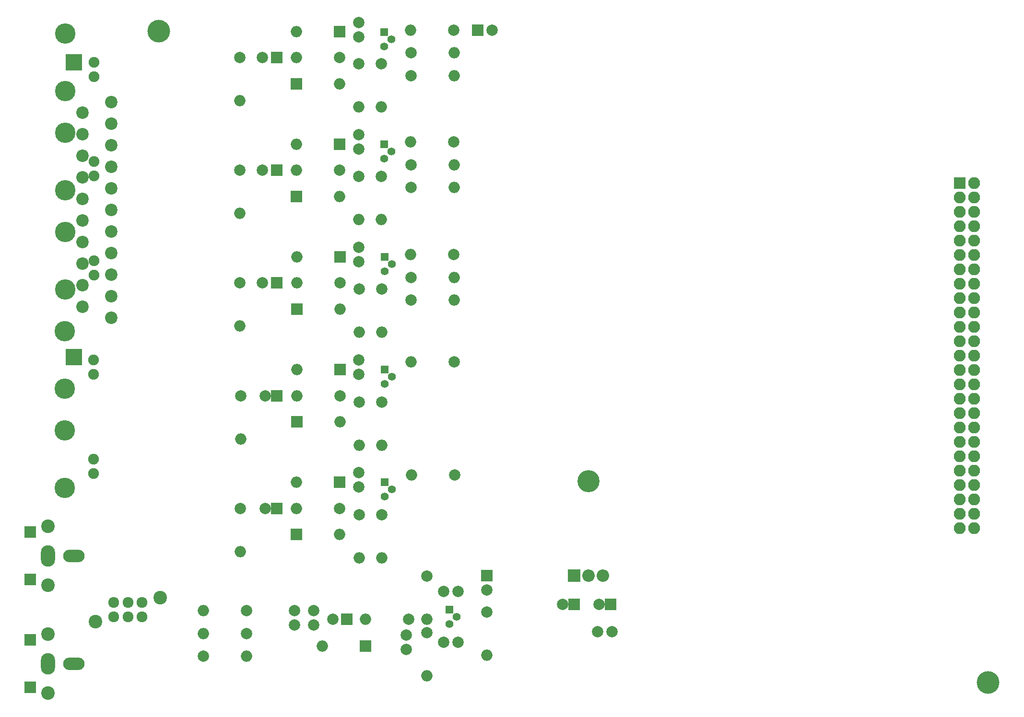
<source format=gbr>
G04 #@! TF.FileFunction,Soldermask,Bot*
%FSLAX46Y46*%
G04 Gerber Fmt 4.6, Leading zero omitted, Abs format (unit mm)*
G04 Created by KiCad (PCBNEW 4.0.7-e2-6376~61~ubuntu18.04.1) date Thu Aug 20 20:01:35 2020*
%MOMM*%
%LPD*%
G01*
G04 APERTURE LIST*
%ADD10C,0.100000*%
%ADD11C,4.000000*%
%ADD12R,2.000000X2.000000*%
%ADD13C,2.000000*%
%ADD14O,2.000000X2.000000*%
%ADD15C,1.400000*%
%ADD16R,1.400000X1.400000*%
%ADD17O,3.900000X3.900000*%
%ADD18R,2.200000X2.200000*%
%ADD19O,2.200000X2.200000*%
%ADD20R,2.900000X2.900000*%
%ADD21C,2.200000*%
%ADD22R,2.100000X2.100000*%
%ADD23O,2.100000X2.100000*%
%ADD24C,1.900000*%
%ADD25C,3.600000*%
%ADD26O,3.800000X2.200000*%
%ADD27O,2.500000X3.800000*%
%ADD28C,2.400000*%
%ADD29C,1.924000*%
G04 APERTURE END LIST*
D10*
D11*
X73500000Y-37850000D03*
X219925000Y-152875000D03*
D12*
X94300000Y-42500000D03*
D13*
X91800000Y-42500000D03*
D12*
X94300000Y-62400000D03*
D13*
X91800000Y-62400000D03*
D12*
X94300000Y-82300000D03*
D13*
X91800000Y-82300000D03*
D12*
X106689000Y-141686000D03*
D13*
X104189000Y-141686000D03*
X87800000Y-42500000D03*
D14*
X87800000Y-50120000D03*
D13*
X105400000Y-42500000D03*
D14*
X97780000Y-42500000D03*
D13*
X125600000Y-37600000D03*
D14*
X117980000Y-37600000D03*
D13*
X108800000Y-43600000D03*
D14*
X108800000Y-51220000D03*
D13*
X112800000Y-43600000D03*
D14*
X112800000Y-51220000D03*
D13*
X118000000Y-45700000D03*
D14*
X125620000Y-45700000D03*
D13*
X118000000Y-41600000D03*
D14*
X125620000Y-41600000D03*
D13*
X87800000Y-62400000D03*
D14*
X87800000Y-70020000D03*
D13*
X105400000Y-62400000D03*
D14*
X97780000Y-62400000D03*
D13*
X125600000Y-57400000D03*
D14*
X117980000Y-57400000D03*
D13*
X108800000Y-63500000D03*
D14*
X108800000Y-71120000D03*
D13*
X112800000Y-63500000D03*
D14*
X112800000Y-71120000D03*
D13*
X118000000Y-65400000D03*
D14*
X125620000Y-65400000D03*
D13*
X118000000Y-61400000D03*
D14*
X125620000Y-61400000D03*
D13*
X87800000Y-82300000D03*
D14*
X87800000Y-89920000D03*
D13*
X105500000Y-82300000D03*
D14*
X97880000Y-82300000D03*
D13*
X125600000Y-77300000D03*
D14*
X117980000Y-77300000D03*
D13*
X108900000Y-83400000D03*
D14*
X108900000Y-91020000D03*
D13*
X112900000Y-83400000D03*
D14*
X112900000Y-91020000D03*
D13*
X118000000Y-85300000D03*
D14*
X125620000Y-85300000D03*
D13*
X118000000Y-81300000D03*
D14*
X125620000Y-81300000D03*
D13*
X87950000Y-102200000D03*
D14*
X87950000Y-109820000D03*
D13*
X105500000Y-102200000D03*
D14*
X97880000Y-102200000D03*
D13*
X125650000Y-96250000D03*
D14*
X118030000Y-96250000D03*
D13*
X108900000Y-103300000D03*
D14*
X108900000Y-110920000D03*
D13*
X112900000Y-103300000D03*
D14*
X112900000Y-110920000D03*
D13*
X87900000Y-122100000D03*
D14*
X87900000Y-129720000D03*
D13*
X105450000Y-122100000D03*
D14*
X97830000Y-122100000D03*
D13*
X125700000Y-116200000D03*
D14*
X118080000Y-116200000D03*
D13*
X108900000Y-123200000D03*
D14*
X108900000Y-130820000D03*
D13*
X112900000Y-123200000D03*
D14*
X112900000Y-130820000D03*
D13*
X117625000Y-141700000D03*
D14*
X110005000Y-141700000D03*
D13*
X120825000Y-134100000D03*
D14*
X120825000Y-141720000D03*
D13*
X120825000Y-144100000D03*
D14*
X120825000Y-151720000D03*
D13*
X131425000Y-140400000D03*
D14*
X131425000Y-148020000D03*
D12*
X94300000Y-102200000D03*
D13*
X92300000Y-102200000D03*
D12*
X94300000Y-122100000D03*
D13*
X92300000Y-122100000D03*
X108800000Y-36300000D03*
X108800000Y-38800000D03*
D12*
X129800000Y-37600000D03*
D13*
X132300000Y-37600000D03*
X108800000Y-56100000D03*
X108800000Y-58600000D03*
X108800000Y-76000000D03*
X108800000Y-78500000D03*
X108800000Y-95900000D03*
X108800000Y-98400000D03*
X108800000Y-115800000D03*
X108800000Y-118300000D03*
D12*
X153225000Y-139100000D03*
D13*
X151225000Y-139100000D03*
D12*
X146825000Y-139100000D03*
D13*
X144825000Y-139100000D03*
X126325000Y-136800000D03*
X123825000Y-136800000D03*
D12*
X131425000Y-134000000D03*
D13*
X131425000Y-136500000D03*
X97425000Y-142700000D03*
X97425000Y-140200000D03*
X100825000Y-142700000D03*
X100825000Y-140200000D03*
X117175000Y-147000000D03*
X117175000Y-144500000D03*
X126325000Y-145800000D03*
X123825000Y-145800000D03*
D15*
X114570000Y-39270000D03*
X113300000Y-40540000D03*
D16*
X113300000Y-38000000D03*
D15*
X114570000Y-59070000D03*
X113300000Y-60340000D03*
D16*
X113300000Y-57800000D03*
D15*
X114670000Y-78970000D03*
X113400000Y-80240000D03*
D16*
X113400000Y-77700000D03*
D15*
X114670000Y-98820000D03*
X113400000Y-100090000D03*
D16*
X113400000Y-97550000D03*
D15*
X114670000Y-118770000D03*
X113400000Y-120040000D03*
D16*
X113400000Y-117500000D03*
D15*
X126095000Y-141270000D03*
X124825000Y-142540000D03*
D16*
X124825000Y-140000000D03*
D12*
X105400000Y-37900000D03*
D14*
X97780000Y-37900000D03*
D12*
X97800000Y-47100000D03*
D14*
X105420000Y-47100000D03*
D12*
X105400000Y-57800000D03*
D14*
X97780000Y-57800000D03*
D12*
X97800000Y-67000000D03*
D14*
X105420000Y-67000000D03*
D12*
X105500000Y-77700000D03*
D14*
X97880000Y-77700000D03*
D12*
X97900000Y-86900000D03*
D14*
X105520000Y-86900000D03*
D12*
X105500000Y-97600000D03*
D14*
X97880000Y-97600000D03*
D12*
X97900000Y-106800000D03*
D14*
X105520000Y-106800000D03*
D12*
X105450000Y-117500000D03*
D14*
X97830000Y-117500000D03*
D12*
X97800000Y-126700000D03*
D14*
X105420000Y-126700000D03*
D12*
X110000000Y-146400000D03*
D14*
X102380000Y-146400000D03*
D17*
X149365000Y-117340000D03*
D18*
X146825000Y-134000000D03*
D19*
X149365000Y-134000000D03*
X151905000Y-134000000D03*
D13*
X150975000Y-143900000D03*
X153475000Y-143900000D03*
D20*
X58473000Y-43350000D03*
X58473000Y-95350000D03*
D21*
X65100000Y-50300000D03*
X65100000Y-54110000D03*
X65100000Y-57920000D03*
X65100000Y-61730000D03*
X65100000Y-65540000D03*
X65100000Y-69350000D03*
X65100000Y-73160000D03*
X65100000Y-76970000D03*
X65100000Y-80780000D03*
X65100000Y-84590000D03*
X65100000Y-88400000D03*
X60020000Y-52205000D03*
X60020000Y-56015000D03*
X60020000Y-59825000D03*
X60020000Y-63635000D03*
X60020000Y-67445000D03*
X60020000Y-71255000D03*
X60020000Y-75065000D03*
X60020000Y-78875000D03*
X60020000Y-82685000D03*
X60020000Y-86495000D03*
D22*
X214920000Y-64630000D03*
D23*
X217460000Y-64630000D03*
X214920000Y-67170000D03*
X217460000Y-67170000D03*
X214920000Y-69710000D03*
X217460000Y-69710000D03*
X214920000Y-72250000D03*
X217460000Y-72250000D03*
X214920000Y-74790000D03*
X217460000Y-74790000D03*
X214920000Y-77330000D03*
X217460000Y-77330000D03*
X214920000Y-79870000D03*
X217460000Y-79870000D03*
X214920000Y-82410000D03*
X217460000Y-82410000D03*
X214920000Y-84950000D03*
X217460000Y-84950000D03*
X214920000Y-87490000D03*
X217460000Y-87490000D03*
X214920000Y-90030000D03*
X217460000Y-90030000D03*
X214920000Y-92570000D03*
X217460000Y-92570000D03*
X214920000Y-95110000D03*
X217460000Y-95110000D03*
X214920000Y-97650000D03*
X217460000Y-97650000D03*
X214920000Y-100190000D03*
X217460000Y-100190000D03*
X214920000Y-102730000D03*
X217460000Y-102730000D03*
X214920000Y-105270000D03*
X217460000Y-105270000D03*
X214920000Y-107810000D03*
X217460000Y-107810000D03*
X214920000Y-110350000D03*
X217460000Y-110350000D03*
X214920000Y-112890000D03*
X217460000Y-112890000D03*
X214920000Y-115430000D03*
X217460000Y-115430000D03*
X214920000Y-117970000D03*
X217460000Y-117970000D03*
X214920000Y-120510000D03*
X217460000Y-120510000D03*
X214920000Y-123050000D03*
X217460000Y-123050000D03*
X214920000Y-125590000D03*
X217460000Y-125590000D03*
D24*
X62030000Y-63340000D03*
D25*
X56950000Y-55720000D03*
X56950000Y-65880000D03*
D24*
X62030000Y-60800000D03*
D13*
X89000000Y-144200000D03*
D14*
X81380000Y-144200000D03*
D13*
X81400000Y-148200000D03*
D14*
X89020000Y-148200000D03*
D13*
X89000000Y-140200000D03*
D14*
X81380000Y-140200000D03*
D24*
X62005000Y-98415000D03*
D25*
X56925000Y-90795000D03*
X56925000Y-100955000D03*
D24*
X62005000Y-95875000D03*
X62030000Y-80865000D03*
D25*
X56950000Y-73245000D03*
X56950000Y-83405000D03*
D24*
X62030000Y-78325000D03*
X62005000Y-115940000D03*
D25*
X56925000Y-108320000D03*
X56925000Y-118480000D03*
D24*
X62005000Y-113400000D03*
X62055000Y-45840000D03*
D25*
X56975000Y-38220000D03*
X56975000Y-48380000D03*
D24*
X62055000Y-43300000D03*
D22*
X50825000Y-126300000D03*
D26*
X58475000Y-130500000D03*
D27*
X53975000Y-130500000D03*
D22*
X50825000Y-134700000D03*
D28*
X53975000Y-135700000D03*
X53975000Y-125300000D03*
D22*
X50825000Y-145350000D03*
D26*
X58475000Y-149550000D03*
D27*
X53975000Y-149550000D03*
D22*
X50825000Y-153750000D03*
D28*
X53975000Y-154750000D03*
X53975000Y-144350000D03*
D29*
X68050000Y-138750000D03*
X68050000Y-141250000D03*
X70550000Y-141250000D03*
X70550000Y-138750000D03*
X65550000Y-138750000D03*
X65550000Y-141250000D03*
D28*
X62350000Y-142100000D03*
X73750000Y-137900000D03*
M02*

</source>
